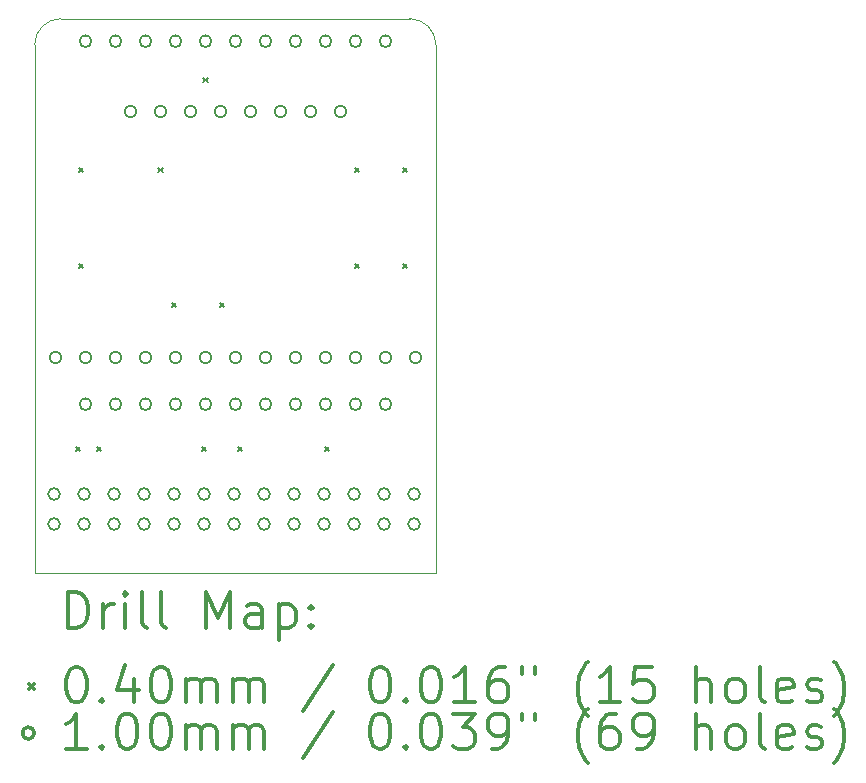
<source format=gbr>
%FSLAX45Y45*%
G04 Gerber Fmt 4.5, Leading zero omitted, Abs format (unit mm)*
G04 Created by KiCad (PCBNEW (5.1.9)-1) date 2021-02-23 10:55:32*
%MOMM*%
%LPD*%
G01*
G04 APERTURE LIST*
%TA.AperFunction,Profile*%
%ADD10C,0.050000*%
%TD*%
%ADD11C,0.200000*%
%ADD12C,0.300000*%
G04 APERTURE END LIST*
D10*
X2827000Y-2501900D02*
X5778500Y-2501900D01*
X2603500Y-2725400D02*
G75*
G02*
X2827000Y-2501900I223500J0D01*
G01*
X5778500Y-2501900D02*
G75*
G02*
X6002000Y-2725400I0J-223500D01*
G01*
X6002000Y-2725400D02*
X6002000Y-7192400D01*
X2603500Y-7192400D02*
X6002000Y-7192400D01*
X2603500Y-2725400D02*
X2603500Y-7192400D01*
D11*
X2951800Y-6126800D02*
X2991800Y-6166800D01*
X2991800Y-6126800D02*
X2951800Y-6166800D01*
X2977200Y-3764600D02*
X3017200Y-3804600D01*
X3017200Y-3764600D02*
X2977200Y-3804600D01*
X2977200Y-4577400D02*
X3017200Y-4617400D01*
X3017200Y-4577400D02*
X2977200Y-4617400D01*
X3129600Y-6126800D02*
X3169600Y-6166800D01*
X3169600Y-6126800D02*
X3129600Y-6166800D01*
X3650300Y-3764600D02*
X3690300Y-3804600D01*
X3690300Y-3764600D02*
X3650300Y-3804600D01*
X3764600Y-4907600D02*
X3804600Y-4947600D01*
X3804600Y-4907600D02*
X3764600Y-4947600D01*
X4018600Y-6126800D02*
X4058600Y-6166800D01*
X4058600Y-6126800D02*
X4018600Y-6166800D01*
X4031300Y-3002600D02*
X4071300Y-3042600D01*
X4071300Y-3002600D02*
X4031300Y-3042600D01*
X4171000Y-4907600D02*
X4211000Y-4947600D01*
X4211000Y-4907600D02*
X4171000Y-4947600D01*
X4323400Y-6126800D02*
X4363400Y-6166800D01*
X4363400Y-6126800D02*
X4323400Y-6166800D01*
X5060000Y-6126800D02*
X5100000Y-6166800D01*
X5100000Y-6126800D02*
X5060000Y-6166800D01*
X5314000Y-3764600D02*
X5354000Y-3804600D01*
X5354000Y-3764600D02*
X5314000Y-3804600D01*
X5314000Y-4577400D02*
X5354000Y-4617400D01*
X5354000Y-4577400D02*
X5314000Y-4617400D01*
X5720400Y-3764600D02*
X5760400Y-3804600D01*
X5760400Y-3764600D02*
X5720400Y-3804600D01*
X5720400Y-4577400D02*
X5760400Y-4617400D01*
X5760400Y-4577400D02*
X5720400Y-4617400D01*
X2818600Y-6527800D02*
G75*
G03*
X2818600Y-6527800I-50000J0D01*
G01*
X2818600Y-6781800D02*
G75*
G03*
X2818600Y-6781800I-50000J0D01*
G01*
X2831300Y-5372100D02*
G75*
G03*
X2831300Y-5372100I-50000J0D01*
G01*
X3072600Y-6527800D02*
G75*
G03*
X3072600Y-6527800I-50000J0D01*
G01*
X3072600Y-6781800D02*
G75*
G03*
X3072600Y-6781800I-50000J0D01*
G01*
X3085300Y-2692400D02*
G75*
G03*
X3085300Y-2692400I-50000J0D01*
G01*
X3085300Y-5372100D02*
G75*
G03*
X3085300Y-5372100I-50000J0D01*
G01*
X3085300Y-5765800D02*
G75*
G03*
X3085300Y-5765800I-50000J0D01*
G01*
X3326600Y-6527800D02*
G75*
G03*
X3326600Y-6527800I-50000J0D01*
G01*
X3326600Y-6781800D02*
G75*
G03*
X3326600Y-6781800I-50000J0D01*
G01*
X3339300Y-2692400D02*
G75*
G03*
X3339300Y-2692400I-50000J0D01*
G01*
X3339300Y-5372100D02*
G75*
G03*
X3339300Y-5372100I-50000J0D01*
G01*
X3339300Y-5765800D02*
G75*
G03*
X3339300Y-5765800I-50000J0D01*
G01*
X3466300Y-3289300D02*
G75*
G03*
X3466300Y-3289300I-50000J0D01*
G01*
X3580600Y-6527800D02*
G75*
G03*
X3580600Y-6527800I-50000J0D01*
G01*
X3580600Y-6781800D02*
G75*
G03*
X3580600Y-6781800I-50000J0D01*
G01*
X3593300Y-2692400D02*
G75*
G03*
X3593300Y-2692400I-50000J0D01*
G01*
X3593300Y-5372100D02*
G75*
G03*
X3593300Y-5372100I-50000J0D01*
G01*
X3593300Y-5765800D02*
G75*
G03*
X3593300Y-5765800I-50000J0D01*
G01*
X3720300Y-3289300D02*
G75*
G03*
X3720300Y-3289300I-50000J0D01*
G01*
X3834600Y-6527800D02*
G75*
G03*
X3834600Y-6527800I-50000J0D01*
G01*
X3834600Y-6781800D02*
G75*
G03*
X3834600Y-6781800I-50000J0D01*
G01*
X3847300Y-2692400D02*
G75*
G03*
X3847300Y-2692400I-50000J0D01*
G01*
X3847300Y-5372100D02*
G75*
G03*
X3847300Y-5372100I-50000J0D01*
G01*
X3847300Y-5765800D02*
G75*
G03*
X3847300Y-5765800I-50000J0D01*
G01*
X3974300Y-3289300D02*
G75*
G03*
X3974300Y-3289300I-50000J0D01*
G01*
X4088600Y-6527800D02*
G75*
G03*
X4088600Y-6527800I-50000J0D01*
G01*
X4088600Y-6781800D02*
G75*
G03*
X4088600Y-6781800I-50000J0D01*
G01*
X4101300Y-2692400D02*
G75*
G03*
X4101300Y-2692400I-50000J0D01*
G01*
X4101300Y-5372100D02*
G75*
G03*
X4101300Y-5372100I-50000J0D01*
G01*
X4101300Y-5765800D02*
G75*
G03*
X4101300Y-5765800I-50000J0D01*
G01*
X4228300Y-3289300D02*
G75*
G03*
X4228300Y-3289300I-50000J0D01*
G01*
X4342600Y-6527800D02*
G75*
G03*
X4342600Y-6527800I-50000J0D01*
G01*
X4342600Y-6781800D02*
G75*
G03*
X4342600Y-6781800I-50000J0D01*
G01*
X4355300Y-2692400D02*
G75*
G03*
X4355300Y-2692400I-50000J0D01*
G01*
X4355300Y-5372100D02*
G75*
G03*
X4355300Y-5372100I-50000J0D01*
G01*
X4355300Y-5765800D02*
G75*
G03*
X4355300Y-5765800I-50000J0D01*
G01*
X4482300Y-3289300D02*
G75*
G03*
X4482300Y-3289300I-50000J0D01*
G01*
X4596600Y-6527800D02*
G75*
G03*
X4596600Y-6527800I-50000J0D01*
G01*
X4596600Y-6781800D02*
G75*
G03*
X4596600Y-6781800I-50000J0D01*
G01*
X4609300Y-2692400D02*
G75*
G03*
X4609300Y-2692400I-50000J0D01*
G01*
X4609300Y-5372100D02*
G75*
G03*
X4609300Y-5372100I-50000J0D01*
G01*
X4609300Y-5765800D02*
G75*
G03*
X4609300Y-5765800I-50000J0D01*
G01*
X4736300Y-3289300D02*
G75*
G03*
X4736300Y-3289300I-50000J0D01*
G01*
X4850600Y-6527800D02*
G75*
G03*
X4850600Y-6527800I-50000J0D01*
G01*
X4850600Y-6781800D02*
G75*
G03*
X4850600Y-6781800I-50000J0D01*
G01*
X4863300Y-2692400D02*
G75*
G03*
X4863300Y-2692400I-50000J0D01*
G01*
X4863300Y-5372100D02*
G75*
G03*
X4863300Y-5372100I-50000J0D01*
G01*
X4863300Y-5765800D02*
G75*
G03*
X4863300Y-5765800I-50000J0D01*
G01*
X4990300Y-3289300D02*
G75*
G03*
X4990300Y-3289300I-50000J0D01*
G01*
X5104600Y-6527800D02*
G75*
G03*
X5104600Y-6527800I-50000J0D01*
G01*
X5104600Y-6781800D02*
G75*
G03*
X5104600Y-6781800I-50000J0D01*
G01*
X5117300Y-2692400D02*
G75*
G03*
X5117300Y-2692400I-50000J0D01*
G01*
X5117300Y-5372100D02*
G75*
G03*
X5117300Y-5372100I-50000J0D01*
G01*
X5117300Y-5765800D02*
G75*
G03*
X5117300Y-5765800I-50000J0D01*
G01*
X5244300Y-3289300D02*
G75*
G03*
X5244300Y-3289300I-50000J0D01*
G01*
X5358600Y-6527800D02*
G75*
G03*
X5358600Y-6527800I-50000J0D01*
G01*
X5358600Y-6781800D02*
G75*
G03*
X5358600Y-6781800I-50000J0D01*
G01*
X5371300Y-2692400D02*
G75*
G03*
X5371300Y-2692400I-50000J0D01*
G01*
X5371300Y-5372100D02*
G75*
G03*
X5371300Y-5372100I-50000J0D01*
G01*
X5371300Y-5765800D02*
G75*
G03*
X5371300Y-5765800I-50000J0D01*
G01*
X5612600Y-6527800D02*
G75*
G03*
X5612600Y-6527800I-50000J0D01*
G01*
X5612600Y-6781800D02*
G75*
G03*
X5612600Y-6781800I-50000J0D01*
G01*
X5625300Y-2692400D02*
G75*
G03*
X5625300Y-2692400I-50000J0D01*
G01*
X5625300Y-5372100D02*
G75*
G03*
X5625300Y-5372100I-50000J0D01*
G01*
X5625300Y-5765800D02*
G75*
G03*
X5625300Y-5765800I-50000J0D01*
G01*
X5866600Y-6527800D02*
G75*
G03*
X5866600Y-6527800I-50000J0D01*
G01*
X5866600Y-6781800D02*
G75*
G03*
X5866600Y-6781800I-50000J0D01*
G01*
X5879300Y-5372100D02*
G75*
G03*
X5879300Y-5372100I-50000J0D01*
G01*
D12*
X2887428Y-7660614D02*
X2887428Y-7360614D01*
X2958857Y-7360614D01*
X3001714Y-7374900D01*
X3030286Y-7403471D01*
X3044571Y-7432043D01*
X3058857Y-7489186D01*
X3058857Y-7532043D01*
X3044571Y-7589186D01*
X3030286Y-7617757D01*
X3001714Y-7646329D01*
X2958857Y-7660614D01*
X2887428Y-7660614D01*
X3187428Y-7660614D02*
X3187428Y-7460614D01*
X3187428Y-7517757D02*
X3201714Y-7489186D01*
X3216000Y-7474900D01*
X3244571Y-7460614D01*
X3273143Y-7460614D01*
X3373143Y-7660614D02*
X3373143Y-7460614D01*
X3373143Y-7360614D02*
X3358857Y-7374900D01*
X3373143Y-7389186D01*
X3387428Y-7374900D01*
X3373143Y-7360614D01*
X3373143Y-7389186D01*
X3558857Y-7660614D02*
X3530286Y-7646329D01*
X3516000Y-7617757D01*
X3516000Y-7360614D01*
X3716000Y-7660614D02*
X3687428Y-7646329D01*
X3673143Y-7617757D01*
X3673143Y-7360614D01*
X4058857Y-7660614D02*
X4058857Y-7360614D01*
X4158857Y-7574900D01*
X4258857Y-7360614D01*
X4258857Y-7660614D01*
X4530286Y-7660614D02*
X4530286Y-7503471D01*
X4516000Y-7474900D01*
X4487428Y-7460614D01*
X4430286Y-7460614D01*
X4401714Y-7474900D01*
X4530286Y-7646329D02*
X4501714Y-7660614D01*
X4430286Y-7660614D01*
X4401714Y-7646329D01*
X4387428Y-7617757D01*
X4387428Y-7589186D01*
X4401714Y-7560614D01*
X4430286Y-7546329D01*
X4501714Y-7546329D01*
X4530286Y-7532043D01*
X4673143Y-7460614D02*
X4673143Y-7760614D01*
X4673143Y-7474900D02*
X4701714Y-7460614D01*
X4758857Y-7460614D01*
X4787428Y-7474900D01*
X4801714Y-7489186D01*
X4816000Y-7517757D01*
X4816000Y-7603471D01*
X4801714Y-7632043D01*
X4787428Y-7646329D01*
X4758857Y-7660614D01*
X4701714Y-7660614D01*
X4673143Y-7646329D01*
X4944571Y-7632043D02*
X4958857Y-7646329D01*
X4944571Y-7660614D01*
X4930286Y-7646329D01*
X4944571Y-7632043D01*
X4944571Y-7660614D01*
X4944571Y-7474900D02*
X4958857Y-7489186D01*
X4944571Y-7503471D01*
X4930286Y-7489186D01*
X4944571Y-7474900D01*
X4944571Y-7503471D01*
X2561000Y-8134900D02*
X2601000Y-8174900D01*
X2601000Y-8134900D02*
X2561000Y-8174900D01*
X2944571Y-7990614D02*
X2973143Y-7990614D01*
X3001714Y-8004900D01*
X3016000Y-8019186D01*
X3030286Y-8047757D01*
X3044571Y-8104900D01*
X3044571Y-8176329D01*
X3030286Y-8233471D01*
X3016000Y-8262043D01*
X3001714Y-8276329D01*
X2973143Y-8290614D01*
X2944571Y-8290614D01*
X2916000Y-8276329D01*
X2901714Y-8262043D01*
X2887428Y-8233471D01*
X2873143Y-8176329D01*
X2873143Y-8104900D01*
X2887428Y-8047757D01*
X2901714Y-8019186D01*
X2916000Y-8004900D01*
X2944571Y-7990614D01*
X3173143Y-8262043D02*
X3187428Y-8276329D01*
X3173143Y-8290614D01*
X3158857Y-8276329D01*
X3173143Y-8262043D01*
X3173143Y-8290614D01*
X3444571Y-8090614D02*
X3444571Y-8290614D01*
X3373143Y-7976329D02*
X3301714Y-8190614D01*
X3487428Y-8190614D01*
X3658857Y-7990614D02*
X3687428Y-7990614D01*
X3716000Y-8004900D01*
X3730286Y-8019186D01*
X3744571Y-8047757D01*
X3758857Y-8104900D01*
X3758857Y-8176329D01*
X3744571Y-8233471D01*
X3730286Y-8262043D01*
X3716000Y-8276329D01*
X3687428Y-8290614D01*
X3658857Y-8290614D01*
X3630286Y-8276329D01*
X3616000Y-8262043D01*
X3601714Y-8233471D01*
X3587428Y-8176329D01*
X3587428Y-8104900D01*
X3601714Y-8047757D01*
X3616000Y-8019186D01*
X3630286Y-8004900D01*
X3658857Y-7990614D01*
X3887428Y-8290614D02*
X3887428Y-8090614D01*
X3887428Y-8119186D02*
X3901714Y-8104900D01*
X3930286Y-8090614D01*
X3973143Y-8090614D01*
X4001714Y-8104900D01*
X4016000Y-8133471D01*
X4016000Y-8290614D01*
X4016000Y-8133471D02*
X4030286Y-8104900D01*
X4058857Y-8090614D01*
X4101714Y-8090614D01*
X4130286Y-8104900D01*
X4144571Y-8133471D01*
X4144571Y-8290614D01*
X4287428Y-8290614D02*
X4287428Y-8090614D01*
X4287428Y-8119186D02*
X4301714Y-8104900D01*
X4330286Y-8090614D01*
X4373143Y-8090614D01*
X4401714Y-8104900D01*
X4416000Y-8133471D01*
X4416000Y-8290614D01*
X4416000Y-8133471D02*
X4430286Y-8104900D01*
X4458857Y-8090614D01*
X4501714Y-8090614D01*
X4530286Y-8104900D01*
X4544571Y-8133471D01*
X4544571Y-8290614D01*
X5130286Y-7976329D02*
X4873143Y-8362043D01*
X5516000Y-7990614D02*
X5544571Y-7990614D01*
X5573143Y-8004900D01*
X5587428Y-8019186D01*
X5601714Y-8047757D01*
X5616000Y-8104900D01*
X5616000Y-8176329D01*
X5601714Y-8233471D01*
X5587428Y-8262043D01*
X5573143Y-8276329D01*
X5544571Y-8290614D01*
X5516000Y-8290614D01*
X5487428Y-8276329D01*
X5473143Y-8262043D01*
X5458857Y-8233471D01*
X5444571Y-8176329D01*
X5444571Y-8104900D01*
X5458857Y-8047757D01*
X5473143Y-8019186D01*
X5487428Y-8004900D01*
X5516000Y-7990614D01*
X5744571Y-8262043D02*
X5758857Y-8276329D01*
X5744571Y-8290614D01*
X5730286Y-8276329D01*
X5744571Y-8262043D01*
X5744571Y-8290614D01*
X5944571Y-7990614D02*
X5973143Y-7990614D01*
X6001714Y-8004900D01*
X6016000Y-8019186D01*
X6030286Y-8047757D01*
X6044571Y-8104900D01*
X6044571Y-8176329D01*
X6030286Y-8233471D01*
X6016000Y-8262043D01*
X6001714Y-8276329D01*
X5973143Y-8290614D01*
X5944571Y-8290614D01*
X5916000Y-8276329D01*
X5901714Y-8262043D01*
X5887428Y-8233471D01*
X5873143Y-8176329D01*
X5873143Y-8104900D01*
X5887428Y-8047757D01*
X5901714Y-8019186D01*
X5916000Y-8004900D01*
X5944571Y-7990614D01*
X6330286Y-8290614D02*
X6158857Y-8290614D01*
X6244571Y-8290614D02*
X6244571Y-7990614D01*
X6216000Y-8033471D01*
X6187428Y-8062043D01*
X6158857Y-8076329D01*
X6587428Y-7990614D02*
X6530286Y-7990614D01*
X6501714Y-8004900D01*
X6487428Y-8019186D01*
X6458857Y-8062043D01*
X6444571Y-8119186D01*
X6444571Y-8233471D01*
X6458857Y-8262043D01*
X6473143Y-8276329D01*
X6501714Y-8290614D01*
X6558857Y-8290614D01*
X6587428Y-8276329D01*
X6601714Y-8262043D01*
X6616000Y-8233471D01*
X6616000Y-8162043D01*
X6601714Y-8133471D01*
X6587428Y-8119186D01*
X6558857Y-8104900D01*
X6501714Y-8104900D01*
X6473143Y-8119186D01*
X6458857Y-8133471D01*
X6444571Y-8162043D01*
X6730286Y-7990614D02*
X6730286Y-8047757D01*
X6844571Y-7990614D02*
X6844571Y-8047757D01*
X7287428Y-8404900D02*
X7273143Y-8390614D01*
X7244571Y-8347757D01*
X7230286Y-8319186D01*
X7216000Y-8276329D01*
X7201714Y-8204900D01*
X7201714Y-8147757D01*
X7216000Y-8076329D01*
X7230286Y-8033471D01*
X7244571Y-8004900D01*
X7273143Y-7962043D01*
X7287428Y-7947757D01*
X7558857Y-8290614D02*
X7387428Y-8290614D01*
X7473143Y-8290614D02*
X7473143Y-7990614D01*
X7444571Y-8033471D01*
X7416000Y-8062043D01*
X7387428Y-8076329D01*
X7830286Y-7990614D02*
X7687428Y-7990614D01*
X7673143Y-8133471D01*
X7687428Y-8119186D01*
X7716000Y-8104900D01*
X7787428Y-8104900D01*
X7816000Y-8119186D01*
X7830286Y-8133471D01*
X7844571Y-8162043D01*
X7844571Y-8233471D01*
X7830286Y-8262043D01*
X7816000Y-8276329D01*
X7787428Y-8290614D01*
X7716000Y-8290614D01*
X7687428Y-8276329D01*
X7673143Y-8262043D01*
X8201714Y-8290614D02*
X8201714Y-7990614D01*
X8330286Y-8290614D02*
X8330286Y-8133471D01*
X8316000Y-8104900D01*
X8287428Y-8090614D01*
X8244571Y-8090614D01*
X8216000Y-8104900D01*
X8201714Y-8119186D01*
X8516000Y-8290614D02*
X8487428Y-8276329D01*
X8473143Y-8262043D01*
X8458857Y-8233471D01*
X8458857Y-8147757D01*
X8473143Y-8119186D01*
X8487428Y-8104900D01*
X8516000Y-8090614D01*
X8558857Y-8090614D01*
X8587428Y-8104900D01*
X8601714Y-8119186D01*
X8616000Y-8147757D01*
X8616000Y-8233471D01*
X8601714Y-8262043D01*
X8587428Y-8276329D01*
X8558857Y-8290614D01*
X8516000Y-8290614D01*
X8787428Y-8290614D02*
X8758857Y-8276329D01*
X8744571Y-8247757D01*
X8744571Y-7990614D01*
X9016000Y-8276329D02*
X8987428Y-8290614D01*
X8930286Y-8290614D01*
X8901714Y-8276329D01*
X8887428Y-8247757D01*
X8887428Y-8133471D01*
X8901714Y-8104900D01*
X8930286Y-8090614D01*
X8987428Y-8090614D01*
X9016000Y-8104900D01*
X9030286Y-8133471D01*
X9030286Y-8162043D01*
X8887428Y-8190614D01*
X9144571Y-8276329D02*
X9173143Y-8290614D01*
X9230286Y-8290614D01*
X9258857Y-8276329D01*
X9273143Y-8247757D01*
X9273143Y-8233471D01*
X9258857Y-8204900D01*
X9230286Y-8190614D01*
X9187428Y-8190614D01*
X9158857Y-8176329D01*
X9144571Y-8147757D01*
X9144571Y-8133471D01*
X9158857Y-8104900D01*
X9187428Y-8090614D01*
X9230286Y-8090614D01*
X9258857Y-8104900D01*
X9373143Y-8404900D02*
X9387428Y-8390614D01*
X9416000Y-8347757D01*
X9430286Y-8319186D01*
X9444571Y-8276329D01*
X9458857Y-8204900D01*
X9458857Y-8147757D01*
X9444571Y-8076329D01*
X9430286Y-8033471D01*
X9416000Y-8004900D01*
X9387428Y-7962043D01*
X9373143Y-7947757D01*
X2601000Y-8550900D02*
G75*
G03*
X2601000Y-8550900I-50000J0D01*
G01*
X3044571Y-8686614D02*
X2873143Y-8686614D01*
X2958857Y-8686614D02*
X2958857Y-8386614D01*
X2930286Y-8429472D01*
X2901714Y-8458043D01*
X2873143Y-8472329D01*
X3173143Y-8658043D02*
X3187428Y-8672329D01*
X3173143Y-8686614D01*
X3158857Y-8672329D01*
X3173143Y-8658043D01*
X3173143Y-8686614D01*
X3373143Y-8386614D02*
X3401714Y-8386614D01*
X3430286Y-8400900D01*
X3444571Y-8415186D01*
X3458857Y-8443757D01*
X3473143Y-8500900D01*
X3473143Y-8572329D01*
X3458857Y-8629472D01*
X3444571Y-8658043D01*
X3430286Y-8672329D01*
X3401714Y-8686614D01*
X3373143Y-8686614D01*
X3344571Y-8672329D01*
X3330286Y-8658043D01*
X3316000Y-8629472D01*
X3301714Y-8572329D01*
X3301714Y-8500900D01*
X3316000Y-8443757D01*
X3330286Y-8415186D01*
X3344571Y-8400900D01*
X3373143Y-8386614D01*
X3658857Y-8386614D02*
X3687428Y-8386614D01*
X3716000Y-8400900D01*
X3730286Y-8415186D01*
X3744571Y-8443757D01*
X3758857Y-8500900D01*
X3758857Y-8572329D01*
X3744571Y-8629472D01*
X3730286Y-8658043D01*
X3716000Y-8672329D01*
X3687428Y-8686614D01*
X3658857Y-8686614D01*
X3630286Y-8672329D01*
X3616000Y-8658043D01*
X3601714Y-8629472D01*
X3587428Y-8572329D01*
X3587428Y-8500900D01*
X3601714Y-8443757D01*
X3616000Y-8415186D01*
X3630286Y-8400900D01*
X3658857Y-8386614D01*
X3887428Y-8686614D02*
X3887428Y-8486614D01*
X3887428Y-8515186D02*
X3901714Y-8500900D01*
X3930286Y-8486614D01*
X3973143Y-8486614D01*
X4001714Y-8500900D01*
X4016000Y-8529472D01*
X4016000Y-8686614D01*
X4016000Y-8529472D02*
X4030286Y-8500900D01*
X4058857Y-8486614D01*
X4101714Y-8486614D01*
X4130286Y-8500900D01*
X4144571Y-8529472D01*
X4144571Y-8686614D01*
X4287428Y-8686614D02*
X4287428Y-8486614D01*
X4287428Y-8515186D02*
X4301714Y-8500900D01*
X4330286Y-8486614D01*
X4373143Y-8486614D01*
X4401714Y-8500900D01*
X4416000Y-8529472D01*
X4416000Y-8686614D01*
X4416000Y-8529472D02*
X4430286Y-8500900D01*
X4458857Y-8486614D01*
X4501714Y-8486614D01*
X4530286Y-8500900D01*
X4544571Y-8529472D01*
X4544571Y-8686614D01*
X5130286Y-8372329D02*
X4873143Y-8758043D01*
X5516000Y-8386614D02*
X5544571Y-8386614D01*
X5573143Y-8400900D01*
X5587428Y-8415186D01*
X5601714Y-8443757D01*
X5616000Y-8500900D01*
X5616000Y-8572329D01*
X5601714Y-8629472D01*
X5587428Y-8658043D01*
X5573143Y-8672329D01*
X5544571Y-8686614D01*
X5516000Y-8686614D01*
X5487428Y-8672329D01*
X5473143Y-8658043D01*
X5458857Y-8629472D01*
X5444571Y-8572329D01*
X5444571Y-8500900D01*
X5458857Y-8443757D01*
X5473143Y-8415186D01*
X5487428Y-8400900D01*
X5516000Y-8386614D01*
X5744571Y-8658043D02*
X5758857Y-8672329D01*
X5744571Y-8686614D01*
X5730286Y-8672329D01*
X5744571Y-8658043D01*
X5744571Y-8686614D01*
X5944571Y-8386614D02*
X5973143Y-8386614D01*
X6001714Y-8400900D01*
X6016000Y-8415186D01*
X6030286Y-8443757D01*
X6044571Y-8500900D01*
X6044571Y-8572329D01*
X6030286Y-8629472D01*
X6016000Y-8658043D01*
X6001714Y-8672329D01*
X5973143Y-8686614D01*
X5944571Y-8686614D01*
X5916000Y-8672329D01*
X5901714Y-8658043D01*
X5887428Y-8629472D01*
X5873143Y-8572329D01*
X5873143Y-8500900D01*
X5887428Y-8443757D01*
X5901714Y-8415186D01*
X5916000Y-8400900D01*
X5944571Y-8386614D01*
X6144571Y-8386614D02*
X6330286Y-8386614D01*
X6230286Y-8500900D01*
X6273143Y-8500900D01*
X6301714Y-8515186D01*
X6316000Y-8529472D01*
X6330286Y-8558043D01*
X6330286Y-8629472D01*
X6316000Y-8658043D01*
X6301714Y-8672329D01*
X6273143Y-8686614D01*
X6187428Y-8686614D01*
X6158857Y-8672329D01*
X6144571Y-8658043D01*
X6473143Y-8686614D02*
X6530286Y-8686614D01*
X6558857Y-8672329D01*
X6573143Y-8658043D01*
X6601714Y-8615186D01*
X6616000Y-8558043D01*
X6616000Y-8443757D01*
X6601714Y-8415186D01*
X6587428Y-8400900D01*
X6558857Y-8386614D01*
X6501714Y-8386614D01*
X6473143Y-8400900D01*
X6458857Y-8415186D01*
X6444571Y-8443757D01*
X6444571Y-8515186D01*
X6458857Y-8543757D01*
X6473143Y-8558043D01*
X6501714Y-8572329D01*
X6558857Y-8572329D01*
X6587428Y-8558043D01*
X6601714Y-8543757D01*
X6616000Y-8515186D01*
X6730286Y-8386614D02*
X6730286Y-8443757D01*
X6844571Y-8386614D02*
X6844571Y-8443757D01*
X7287428Y-8800900D02*
X7273143Y-8786614D01*
X7244571Y-8743757D01*
X7230286Y-8715186D01*
X7216000Y-8672329D01*
X7201714Y-8600900D01*
X7201714Y-8543757D01*
X7216000Y-8472329D01*
X7230286Y-8429472D01*
X7244571Y-8400900D01*
X7273143Y-8358043D01*
X7287428Y-8343757D01*
X7530286Y-8386614D02*
X7473143Y-8386614D01*
X7444571Y-8400900D01*
X7430286Y-8415186D01*
X7401714Y-8458043D01*
X7387428Y-8515186D01*
X7387428Y-8629472D01*
X7401714Y-8658043D01*
X7416000Y-8672329D01*
X7444571Y-8686614D01*
X7501714Y-8686614D01*
X7530286Y-8672329D01*
X7544571Y-8658043D01*
X7558857Y-8629472D01*
X7558857Y-8558043D01*
X7544571Y-8529472D01*
X7530286Y-8515186D01*
X7501714Y-8500900D01*
X7444571Y-8500900D01*
X7416000Y-8515186D01*
X7401714Y-8529472D01*
X7387428Y-8558043D01*
X7701714Y-8686614D02*
X7758857Y-8686614D01*
X7787428Y-8672329D01*
X7801714Y-8658043D01*
X7830286Y-8615186D01*
X7844571Y-8558043D01*
X7844571Y-8443757D01*
X7830286Y-8415186D01*
X7816000Y-8400900D01*
X7787428Y-8386614D01*
X7730286Y-8386614D01*
X7701714Y-8400900D01*
X7687428Y-8415186D01*
X7673143Y-8443757D01*
X7673143Y-8515186D01*
X7687428Y-8543757D01*
X7701714Y-8558043D01*
X7730286Y-8572329D01*
X7787428Y-8572329D01*
X7816000Y-8558043D01*
X7830286Y-8543757D01*
X7844571Y-8515186D01*
X8201714Y-8686614D02*
X8201714Y-8386614D01*
X8330286Y-8686614D02*
X8330286Y-8529472D01*
X8316000Y-8500900D01*
X8287428Y-8486614D01*
X8244571Y-8486614D01*
X8216000Y-8500900D01*
X8201714Y-8515186D01*
X8516000Y-8686614D02*
X8487428Y-8672329D01*
X8473143Y-8658043D01*
X8458857Y-8629472D01*
X8458857Y-8543757D01*
X8473143Y-8515186D01*
X8487428Y-8500900D01*
X8516000Y-8486614D01*
X8558857Y-8486614D01*
X8587428Y-8500900D01*
X8601714Y-8515186D01*
X8616000Y-8543757D01*
X8616000Y-8629472D01*
X8601714Y-8658043D01*
X8587428Y-8672329D01*
X8558857Y-8686614D01*
X8516000Y-8686614D01*
X8787428Y-8686614D02*
X8758857Y-8672329D01*
X8744571Y-8643757D01*
X8744571Y-8386614D01*
X9016000Y-8672329D02*
X8987428Y-8686614D01*
X8930286Y-8686614D01*
X8901714Y-8672329D01*
X8887428Y-8643757D01*
X8887428Y-8529472D01*
X8901714Y-8500900D01*
X8930286Y-8486614D01*
X8987428Y-8486614D01*
X9016000Y-8500900D01*
X9030286Y-8529472D01*
X9030286Y-8558043D01*
X8887428Y-8586614D01*
X9144571Y-8672329D02*
X9173143Y-8686614D01*
X9230286Y-8686614D01*
X9258857Y-8672329D01*
X9273143Y-8643757D01*
X9273143Y-8629472D01*
X9258857Y-8600900D01*
X9230286Y-8586614D01*
X9187428Y-8586614D01*
X9158857Y-8572329D01*
X9144571Y-8543757D01*
X9144571Y-8529472D01*
X9158857Y-8500900D01*
X9187428Y-8486614D01*
X9230286Y-8486614D01*
X9258857Y-8500900D01*
X9373143Y-8800900D02*
X9387428Y-8786614D01*
X9416000Y-8743757D01*
X9430286Y-8715186D01*
X9444571Y-8672329D01*
X9458857Y-8600900D01*
X9458857Y-8543757D01*
X9444571Y-8472329D01*
X9430286Y-8429472D01*
X9416000Y-8400900D01*
X9387428Y-8358043D01*
X9373143Y-8343757D01*
M02*

</source>
